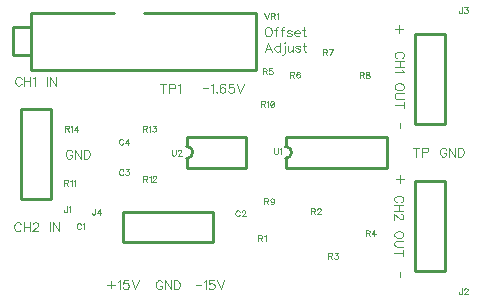
<source format=gbr>
G04 DipTrace 2.4.0.2*
%INTopSilk.gbr*%
%MOIN*%
%ADD10C,0.0098*%
%ADD12C,0.003*%
%ADD40C,0.0046*%
%FSLAX44Y44*%
G04*
G70*
G90*
G75*
G01*
%LNTopSilk*%
%LPD*%
X4815Y7190D2*
D10*
X5815D1*
Y10190D1*
X4815D1*
Y7190D1*
X18940Y7815D2*
X17940D1*
Y4815D1*
X18940D1*
Y7815D1*
Y12690D2*
X17940D1*
Y9690D1*
X18940D1*
Y12690D1*
X11190Y5753D2*
X8190D1*
Y6753D1*
X11190D1*
Y5753D1*
X13622Y8241D2*
X17008D1*
X13622Y9265D2*
X17008D1*
Y8241D2*
Y9265D1*
X13622Y8241D2*
Y8556D1*
Y8950D2*
Y9265D1*
Y8556D2*
G03X13622Y8950I0J197D01*
G01*
X10331Y8241D2*
X12299D1*
X10331Y9265D2*
X12299D1*
Y8241D2*
Y9265D1*
X10331Y8556D2*
Y8241D1*
Y8950D2*
Y9265D1*
Y8556D2*
G03X10331Y8950I0J197D01*
G01*
X12637Y11514D2*
X5141D1*
X12637Y13411D2*
X8889D1*
X12637D2*
Y11514D1*
X5141Y13411D2*
Y11514D1*
X5133Y11998D2*
X4534D1*
Y12927D1*
X5133D1*
Y11998D1*
X7904Y13411D2*
X5141D1*
X6805Y6342D2*
D12*
X6796Y6361D1*
X6777Y6380D1*
X6758Y6390D1*
X6719D1*
X6700Y6380D1*
X6681Y6361D1*
X6671Y6342D1*
X6662Y6313D1*
Y6265D1*
X6671Y6237D1*
X6681Y6218D1*
X6700Y6199D1*
X6719Y6189D1*
X6758D1*
X6777Y6199D1*
X6796Y6218D1*
X6805Y6237D1*
X6867Y6351D2*
X6886Y6361D1*
X6915Y6390D1*
Y6189D1*
X12096Y6777D2*
X12087Y6796D1*
X12068Y6815D1*
X12049Y6825D1*
X12010D1*
X11991Y6815D1*
X11972Y6796D1*
X11963Y6777D1*
X11953Y6748D1*
Y6700D1*
X11963Y6672D1*
X11972Y6653D1*
X11991Y6634D1*
X12010Y6624D1*
X12049D1*
X12068Y6634D1*
X12087Y6653D1*
X12096Y6672D1*
X12168Y6777D2*
Y6786D1*
X12177Y6806D1*
X12187Y6815D1*
X12206Y6825D1*
X12244D1*
X12263Y6815D1*
X12273Y6806D1*
X12283Y6786D1*
Y6767D1*
X12273Y6748D1*
X12254Y6720D1*
X12158Y6624D1*
X12292D1*
X8217Y8146D2*
X8207Y8165D1*
X8188Y8184D1*
X8169Y8193D1*
X8131D1*
X8111Y8184D1*
X8092Y8165D1*
X8083Y8146D1*
X8073Y8117D1*
Y8069D1*
X8083Y8040D1*
X8092Y8021D1*
X8111Y8002D1*
X8131Y7992D1*
X8169D1*
X8188Y8002D1*
X8207Y8021D1*
X8217Y8040D1*
X8298Y8193D2*
X8403D1*
X8345Y8117D1*
X8374D1*
X8393Y8107D1*
X8403Y8098D1*
X8412Y8069D1*
Y8050D1*
X8403Y8021D1*
X8384Y8002D1*
X8355Y7992D1*
X8326D1*
X8298Y8002D1*
X8288Y8012D1*
X8278Y8031D1*
X8212Y9164D2*
X8202Y9183D1*
X8183Y9202D1*
X8164Y9212D1*
X8126D1*
X8107Y9202D1*
X8088Y9183D1*
X8078Y9164D1*
X8068Y9135D1*
Y9087D1*
X8078Y9059D1*
X8088Y9040D1*
X8107Y9021D1*
X8126Y9011D1*
X8164D1*
X8183Y9021D1*
X8202Y9040D1*
X8212Y9059D1*
X8369Y9011D2*
Y9212D1*
X8274Y9078D1*
X8417D1*
X6335Y6956D2*
Y6803D1*
X6326Y6774D1*
X6316Y6764D1*
X6297Y6755D1*
X6278D1*
X6259Y6764D1*
X6249Y6774D1*
X6239Y6803D1*
Y6822D1*
X6397Y6917D2*
X6416Y6927D1*
X6445Y6955D1*
Y6755D1*
X19505Y4223D2*
Y4070D1*
X19496Y4041D1*
X19486Y4032D1*
X19467Y4022D1*
X19448D1*
X19429Y4032D1*
X19419Y4041D1*
X19410Y4070D1*
Y4089D1*
X19577Y4175D2*
Y4184D1*
X19586Y4204D1*
X19596Y4213D1*
X19615Y4223D1*
X19653D1*
X19672Y4213D1*
X19682Y4204D1*
X19692Y4184D1*
Y4165D1*
X19682Y4146D1*
X19663Y4118D1*
X19567Y4022D1*
X19701D1*
X19505Y13598D2*
Y13445D1*
X19496Y13416D1*
X19486Y13407D1*
X19467Y13397D1*
X19448D1*
X19429Y13407D1*
X19419Y13416D1*
X19410Y13445D1*
Y13464D1*
X19586Y13598D2*
X19691D1*
X19634Y13521D1*
X19663D1*
X19682Y13512D1*
X19691Y13502D1*
X19701Y13473D1*
Y13454D1*
X19691Y13426D1*
X19672Y13406D1*
X19644Y13397D1*
X19615D1*
X19586Y13406D1*
X19577Y13416D1*
X19567Y13435D1*
X7268Y6876D2*
Y6723D1*
X7258Y6694D1*
X7249Y6685D1*
X7230Y6675D1*
X7210D1*
X7191Y6685D1*
X7182Y6694D1*
X7172Y6723D1*
Y6742D1*
X7425Y6675D2*
Y6876D1*
X7330Y6742D1*
X7473D1*
X12715Y5897D2*
X12801D1*
X12830Y5906D1*
X12840Y5916D1*
X12849Y5935D1*
Y5954D1*
X12840Y5973D1*
X12830Y5983D1*
X12801Y5992D1*
X12715D1*
Y5791D1*
X12782Y5897D2*
X12849Y5791D1*
X12911Y5954D2*
X12930Y5964D1*
X12959Y5992D1*
Y5791D1*
X14472Y6795D2*
X14558D1*
X14587Y6805D1*
X14596Y6814D1*
X14606Y6833D1*
Y6853D1*
X14596Y6872D1*
X14587Y6881D1*
X14558Y6891D1*
X14472D1*
Y6690D1*
X14539Y6795D2*
X14606Y6690D1*
X14677Y6843D2*
Y6852D1*
X14687Y6872D1*
X14696Y6881D1*
X14716Y6891D1*
X14754D1*
X14773Y6881D1*
X14782Y6872D1*
X14792Y6852D1*
Y6833D1*
X14782Y6814D1*
X14763Y6786D1*
X14668Y6690D1*
X14802D1*
X15039Y5311D2*
X15125D1*
X15154Y5321D1*
X15164Y5330D1*
X15173Y5349D1*
Y5368D1*
X15164Y5387D1*
X15154Y5397D1*
X15125Y5407D1*
X15039D1*
Y5206D1*
X15106Y5311D2*
X15173Y5206D1*
X15254Y5406D2*
X15359D1*
X15302Y5330D1*
X15331D1*
X15350Y5320D1*
X15359Y5311D1*
X15369Y5282D1*
Y5263D1*
X15359Y5234D1*
X15340Y5215D1*
X15311Y5206D1*
X15283D1*
X15254Y5215D1*
X15245Y5225D1*
X15235Y5244D1*
X16295Y6061D2*
X16381D1*
X16410Y6071D1*
X16419Y6080D1*
X16429Y6099D1*
Y6118D1*
X16419Y6137D1*
X16410Y6147D1*
X16381Y6157D1*
X16295D1*
Y5956D1*
X16362Y6061D2*
X16429Y5956D1*
X16586D2*
Y6156D1*
X16491Y6023D1*
X16634D1*
X12860Y11459D2*
X12946D1*
X12975Y11469D1*
X12984Y11478D1*
X12994Y11497D1*
Y11516D1*
X12984Y11536D1*
X12975Y11545D1*
X12946Y11555D1*
X12860D1*
Y11354D1*
X12927Y11459D2*
X12994Y11354D1*
X13170Y11555D2*
X13075D1*
X13065Y11469D1*
X13075Y11478D1*
X13103Y11488D1*
X13132D1*
X13161Y11478D1*
X13180Y11459D1*
X13189Y11430D1*
Y11411D1*
X13180Y11383D1*
X13161Y11363D1*
X13132Y11354D1*
X13103D1*
X13075Y11363D1*
X13065Y11373D1*
X13056Y11392D1*
X13784Y11349D2*
X13870D1*
X13899Y11359D1*
X13909Y11369D1*
X13918Y11388D1*
Y11407D1*
X13909Y11426D1*
X13899Y11436D1*
X13870Y11445D1*
X13784D1*
Y11244D1*
X13851Y11349D2*
X13918Y11244D1*
X14095Y11416D2*
X14085Y11435D1*
X14056Y11445D1*
X14037D1*
X14009Y11435D1*
X13989Y11407D1*
X13980Y11359D1*
Y11311D1*
X13989Y11273D1*
X14009Y11254D1*
X14037Y11244D1*
X14047D1*
X14075Y11254D1*
X14095Y11273D1*
X14104Y11302D1*
Y11311D1*
X14095Y11340D1*
X14075Y11359D1*
X14047Y11368D1*
X14037D1*
X14009Y11359D1*
X13989Y11340D1*
X13980Y11311D1*
X14869Y12093D2*
X14955D1*
X14984Y12103D1*
X14994Y12113D1*
X15003Y12132D1*
Y12151D1*
X14994Y12170D1*
X14984Y12180D1*
X14955Y12189D1*
X14869D1*
Y11988D1*
X14936Y12093D2*
X15003Y11988D1*
X15103D2*
X15199Y12189D1*
X15065D1*
X16094Y11334D2*
X16180D1*
X16209Y11344D1*
X16218Y11353D1*
X16228Y11372D1*
Y11391D1*
X16218Y11411D1*
X16209Y11420D1*
X16180Y11430D1*
X16094D1*
Y11229D1*
X16161Y11334D2*
X16228Y11229D1*
X16337Y11430D2*
X16309Y11420D1*
X16299Y11401D1*
Y11382D1*
X16309Y11363D1*
X16328Y11353D1*
X16366Y11344D1*
X16395Y11334D1*
X16414Y11315D1*
X16423Y11296D1*
Y11267D1*
X16414Y11248D1*
X16404Y11238D1*
X16376Y11229D1*
X16337D1*
X16309Y11238D1*
X16299Y11248D1*
X16290Y11267D1*
Y11296D1*
X16299Y11315D1*
X16318Y11334D1*
X16347Y11344D1*
X16385Y11353D1*
X16404Y11363D1*
X16414Y11382D1*
Y11401D1*
X16404Y11420D1*
X16376Y11430D1*
X16337D1*
X12919Y7123D2*
X13005D1*
X13034Y7132D1*
X13044Y7142D1*
X13053Y7161D1*
Y7180D1*
X13044Y7199D1*
X13034Y7209D1*
X13005Y7218D1*
X12919D1*
Y7018D1*
X12986Y7123D2*
X13053Y7018D1*
X13239Y7152D2*
X13230Y7123D1*
X13211Y7104D1*
X13182Y7094D1*
X13172D1*
X13144Y7104D1*
X13125Y7123D1*
X13115Y7152D1*
Y7161D1*
X13125Y7190D1*
X13144Y7209D1*
X13172Y7218D1*
X13182D1*
X13211Y7209D1*
X13230Y7190D1*
X13239Y7152D1*
Y7104D1*
X13230Y7056D1*
X13211Y7027D1*
X13182Y7018D1*
X13163D1*
X13134Y7027D1*
X13125Y7046D1*
X12807Y10379D2*
X12893D1*
X12921Y10389D1*
X12931Y10398D1*
X12941Y10417D1*
Y10437D1*
X12931Y10456D1*
X12921Y10465D1*
X12893Y10475D1*
X12807D1*
Y10274D1*
X12874Y10379D2*
X12941Y10274D1*
X13002Y10436D2*
X13022Y10446D1*
X13050Y10475D1*
Y10274D1*
X13170Y10475D2*
X13141Y10465D1*
X13122Y10436D1*
X13112Y10389D1*
Y10360D1*
X13122Y10312D1*
X13141Y10283D1*
X13170Y10274D1*
X13189D1*
X13217Y10283D1*
X13236Y10312D1*
X13246Y10360D1*
Y10389D1*
X13236Y10436D1*
X13217Y10465D1*
X13189Y10475D1*
X13170D1*
X13236Y10436D2*
X13122Y10312D1*
X6253Y7741D2*
X6339D1*
X6368Y7751D1*
X6378Y7760D1*
X6387Y7779D1*
Y7798D1*
X6378Y7817D1*
X6368Y7827D1*
X6339Y7837D1*
X6253D1*
Y7636D1*
X6320Y7741D2*
X6387Y7636D1*
X6449Y7798D2*
X6468Y7808D1*
X6497Y7836D1*
Y7636D1*
X6559Y7798D2*
X6578Y7808D1*
X6607Y7836D1*
Y7636D1*
X8880Y7868D2*
X8966D1*
X8994Y7878D1*
X9004Y7888D1*
X9014Y7907D1*
Y7926D1*
X9004Y7945D1*
X8994Y7955D1*
X8966Y7964D1*
X8880D1*
Y7763D1*
X8947Y7868D2*
X9014Y7763D1*
X9075Y7926D2*
X9095Y7935D1*
X9123Y7964D1*
Y7763D1*
X9195Y7916D2*
Y7926D1*
X9204Y7945D1*
X9214Y7954D1*
X9233Y7964D1*
X9271D1*
X9290Y7954D1*
X9300Y7945D1*
X9310Y7926D1*
Y7907D1*
X9300Y7887D1*
X9281Y7859D1*
X9185Y7763D1*
X9319D1*
X8871Y9548D2*
X8957D1*
X8986Y9558D1*
X8996Y9567D1*
X9005Y9586D1*
Y9606D1*
X8996Y9625D1*
X8986Y9634D1*
X8957Y9644D1*
X8871D1*
Y9443D1*
X8938Y9548D2*
X9005Y9443D1*
X9067Y9605D2*
X9086Y9615D1*
X9115Y9644D1*
Y9443D1*
X9196Y9644D2*
X9301D1*
X9244Y9567D1*
X9273D1*
X9292Y9558D1*
X9301Y9548D1*
X9311Y9519D1*
Y9500D1*
X9301Y9472D1*
X9282Y9452D1*
X9253Y9443D1*
X9225D1*
X9196Y9452D1*
X9187Y9462D1*
X9177Y9481D1*
X6268Y9554D2*
X6354D1*
X6383Y9563D1*
X6393Y9573D1*
X6402Y9592D1*
Y9611D1*
X6393Y9630D1*
X6383Y9640D1*
X6354Y9649D1*
X6268D1*
Y9448D1*
X6335Y9554D2*
X6402Y9448D1*
X6464Y9611D2*
X6483Y9621D1*
X6512Y9649D1*
Y9448D1*
X6669D2*
Y9649D1*
X6574Y9515D1*
X6717D1*
X13230Y8901D2*
Y8757D1*
X13240Y8729D1*
X13259Y8710D1*
X13288Y8700D1*
X13307D1*
X13336Y8710D1*
X13355Y8729D1*
X13364Y8757D1*
Y8901D1*
X13426Y8863D2*
X13445Y8872D1*
X13474Y8901D1*
Y8700D1*
X9826Y8849D2*
Y8706D1*
X9835Y8677D1*
X9855Y8658D1*
X9883Y8648D1*
X9902D1*
X9931Y8658D1*
X9950Y8677D1*
X9960Y8706D1*
Y8849D1*
X10031Y8801D2*
Y8811D1*
X10041Y8830D1*
X10050Y8839D1*
X10070Y8849D1*
X10108D1*
X10127Y8839D1*
X10136Y8830D1*
X10146Y8811D1*
Y8792D1*
X10136Y8772D1*
X10117Y8744D1*
X10022Y8648D1*
X10156D1*
X12912Y13397D2*
X12989Y13196D1*
X13065Y13397D1*
X13127Y13301D2*
X13213D1*
X13241Y13311D1*
X13251Y13321D1*
X13261Y13340D1*
Y13359D1*
X13251Y13378D1*
X13241Y13388D1*
X13213Y13397D1*
X13127D1*
Y13196D1*
X13194Y13301D2*
X13261Y13196D1*
X13322Y13359D2*
X13342Y13368D1*
X13370Y13397D1*
Y13196D1*
X13015Y12930D2*
D40*
X12986Y12916D1*
X12958Y12887D1*
X12943Y12858D1*
X12929Y12815D1*
Y12743D1*
X12943Y12700D1*
X12958Y12672D1*
X12986Y12643D1*
X13015Y12628D1*
X13072D1*
X13101Y12643D1*
X13130Y12672D1*
X13144Y12700D1*
X13158Y12743D1*
Y12815D1*
X13144Y12858D1*
X13130Y12887D1*
X13101Y12916D1*
X13072Y12930D1*
X13015D1*
X13366D2*
X13337D1*
X13308Y12916D1*
X13294Y12873D1*
Y12628D1*
X13251Y12829D2*
X13351D1*
X13573Y12930D2*
X13545D1*
X13516Y12916D1*
X13501Y12873D1*
Y12628D1*
X13458Y12829D2*
X13559D1*
X13824Y12786D2*
X13809Y12815D1*
X13766Y12829D1*
X13723D1*
X13680Y12815D1*
X13666Y12786D1*
X13680Y12758D1*
X13709Y12743D1*
X13780Y12729D1*
X13809Y12715D1*
X13824Y12686D1*
Y12672D1*
X13809Y12643D1*
X13766Y12628D1*
X13723D1*
X13680Y12643D1*
X13666Y12672D1*
X13916Y12743D2*
X14088D1*
Y12772D1*
X14074Y12801D1*
X14060Y12815D1*
X14031Y12829D1*
X13988D1*
X13959Y12815D1*
X13930Y12786D1*
X13916Y12743D1*
Y12715D1*
X13930Y12672D1*
X13959Y12643D1*
X13988Y12628D1*
X14031D1*
X14060Y12643D1*
X14088Y12672D1*
X14224Y12930D2*
Y12686D1*
X14238Y12643D1*
X14267Y12628D1*
X14296D1*
X14181Y12829D2*
X14281D1*
X9513Y4419D2*
X9499Y4448D1*
X9470Y4477D1*
X9441Y4491D1*
X9384D1*
X9355Y4477D1*
X9327Y4448D1*
X9312Y4419D1*
X9298Y4376D1*
Y4304D1*
X9312Y4261D1*
X9327Y4233D1*
X9355Y4204D1*
X9384Y4189D1*
X9441D1*
X9470Y4204D1*
X9499Y4233D1*
X9513Y4261D1*
Y4304D1*
X9441D1*
X9807Y4491D2*
Y4189D1*
X9606Y4491D1*
Y4189D1*
X9899Y4491D2*
Y4189D1*
X10000D1*
X10043Y4204D1*
X10072Y4233D1*
X10086Y4261D1*
X10100Y4304D1*
Y4376D1*
X10086Y4419D1*
X10072Y4448D1*
X10043Y4477D1*
X10000Y4491D1*
X9899D1*
X6507Y8775D2*
X6493Y8804D1*
X6464Y8832D1*
X6436Y8847D1*
X6378D1*
X6349Y8832D1*
X6321Y8804D1*
X6306Y8775D1*
X6292Y8732D1*
Y8660D1*
X6306Y8617D1*
X6321Y8588D1*
X6349Y8560D1*
X6378Y8545D1*
X6436D1*
X6464Y8560D1*
X6493Y8588D1*
X6507Y8617D1*
Y8660D1*
X6436D1*
X6801Y8847D2*
Y8545D1*
X6600Y8847D1*
Y8545D1*
X6893Y8847D2*
Y8545D1*
X6994D1*
X7037Y8560D1*
X7066Y8588D1*
X7080Y8617D1*
X7094Y8660D1*
Y8732D1*
X7080Y8775D1*
X7066Y8804D1*
X7037Y8832D1*
X6994Y8847D1*
X6893D1*
X17481Y7097D2*
X17509Y7111D1*
X17538Y7140D1*
X17552Y7168D1*
Y7226D1*
X17538Y7255D1*
X17509Y7283D1*
X17481Y7298D1*
X17438Y7312D1*
X17366D1*
X17323Y7298D1*
X17294Y7283D1*
X17265Y7255D1*
X17251Y7226D1*
Y7168D1*
X17265Y7140D1*
X17294Y7111D1*
X17323Y7097D1*
X17552Y7004D2*
X17251D1*
X17552Y6803D2*
X17251D1*
X17409Y7004D2*
Y6803D1*
X17480Y6696D2*
X17495D1*
X17523Y6682D1*
X17538Y6668D1*
X17552Y6639D1*
Y6581D1*
X17538Y6553D1*
X17523Y6539D1*
X17495Y6524D1*
X17466D1*
X17437Y6539D1*
X17394Y6567D1*
X17251Y6711D1*
Y6510D1*
X17552Y6039D2*
X17538Y6068D1*
X17509Y6097D1*
X17481Y6111D1*
X17438Y6125D1*
X17366D1*
X17323Y6111D1*
X17294Y6097D1*
X17265Y6068D1*
X17251Y6039D1*
Y5982D1*
X17265Y5953D1*
X17294Y5924D1*
X17323Y5910D1*
X17366Y5896D1*
X17438D1*
X17481Y5910D1*
X17509Y5924D1*
X17538Y5953D1*
X17552Y5982D1*
Y6039D1*
Y5803D2*
X17337D1*
X17294Y5789D1*
X17265Y5760D1*
X17251Y5717D1*
Y5689D1*
X17265Y5645D1*
X17294Y5617D1*
X17337Y5602D1*
X17552D1*
Y5409D2*
X17251D1*
X17552Y5510D2*
Y5309D1*
X17495Y11897D2*
X17523Y11911D1*
X17552Y11940D1*
X17567Y11969D1*
Y12026D1*
X17552Y12055D1*
X17523Y12083D1*
X17495Y12098D1*
X17452Y12112D1*
X17380D1*
X17337Y12098D1*
X17308Y12083D1*
X17280Y12055D1*
X17265Y12026D1*
Y11969D1*
X17280Y11940D1*
X17308Y11911D1*
X17337Y11897D1*
X17567Y11804D2*
X17265D1*
X17567Y11603D2*
X17265D1*
X17423Y11804D2*
Y11603D1*
X17509Y11511D2*
X17523Y11482D1*
X17566Y11439D1*
X17265D1*
X17567Y10968D2*
X17552Y10997D1*
X17523Y11026D1*
X17495Y11040D1*
X17452Y11055D1*
X17380D1*
X17337Y11040D1*
X17308Y11026D1*
X17280Y10997D1*
X17265Y10968D1*
Y10911D1*
X17280Y10882D1*
X17308Y10854D1*
X17337Y10839D1*
X17380Y10825D1*
X17452D1*
X17495Y10839D1*
X17523Y10854D1*
X17552Y10882D1*
X17567Y10911D1*
Y10968D1*
Y10732D2*
X17351D1*
X17308Y10718D1*
X17280Y10689D1*
X17265Y10646D1*
Y10618D1*
X17280Y10575D1*
X17308Y10546D1*
X17351Y10531D1*
X17567D1*
Y10338D2*
X17265D1*
X17567Y10439D2*
Y10238D1*
X17308Y7874D2*
X17567D1*
X17438Y7745D2*
Y8004D1*
Y4591D2*
Y4757D1*
X17439Y9565D2*
Y9731D1*
X17287Y12859D2*
X17546D1*
X17417Y12730D2*
Y12988D1*
X4825Y11203D2*
X4811Y11232D1*
X4782Y11261D1*
X4753Y11275D1*
X4696D1*
X4667Y11261D1*
X4639Y11232D1*
X4624Y11203D1*
X4610Y11160D1*
Y11088D1*
X4624Y11045D1*
X4639Y11017D1*
X4667Y10988D1*
X4696Y10974D1*
X4753D1*
X4782Y10988D1*
X4811Y11017D1*
X4825Y11045D1*
X4918Y11275D2*
Y10974D1*
X5119Y11275D2*
Y10974D1*
X4918Y11131D2*
X5119D1*
X5211Y11217D2*
X5240Y11232D1*
X5283Y11275D1*
Y10974D1*
X5667Y11275D2*
Y10974D1*
X5961Y11275D2*
Y10974D1*
X5760Y11275D1*
Y10974D1*
X10635Y4342D2*
X10801D1*
X10893Y4435D2*
X10922Y4450D1*
X10965Y4493D1*
Y4192D1*
X11230Y4493D2*
X11087D1*
X11072Y4364D1*
X11087Y4378D1*
X11130Y4393D1*
X11173D1*
X11216Y4378D1*
X11245Y4350D1*
X11259Y4306D1*
Y4278D1*
X11245Y4235D1*
X11216Y4206D1*
X11173Y4192D1*
X11130D1*
X11087Y4206D1*
X11072Y4221D1*
X11058Y4249D1*
X11351Y4493D2*
X11466Y4192D1*
X11581Y4493D1*
X7813Y4477D2*
Y4219D1*
X7684Y4348D2*
X7943D1*
X8035Y4441D2*
X8064Y4456D1*
X8107Y4499D1*
Y4197D1*
X8372Y4499D2*
X8229D1*
X8214Y4370D1*
X8229Y4384D1*
X8272Y4398D1*
X8315D1*
X8358Y4384D1*
X8386Y4355D1*
X8401Y4312D1*
Y4284D1*
X8386Y4241D1*
X8358Y4212D1*
X8315Y4197D1*
X8272D1*
X8229Y4212D1*
X8214Y4226D1*
X8200Y4255D1*
X8493Y4499D2*
X8608Y4197D1*
X8723Y4499D1*
X13160Y12112D2*
X13045Y12414D1*
X12930Y12112D1*
X12973Y12213D2*
X13116D1*
X13424Y12414D2*
Y12112D1*
Y12270D2*
X13396Y12299D1*
X13367Y12313D1*
X13324D1*
X13295Y12299D1*
X13266Y12270D1*
X13252Y12227D1*
Y12198D1*
X13266Y12155D1*
X13295Y12127D1*
X13324Y12112D1*
X13367D1*
X13396Y12127D1*
X13424Y12155D1*
X13574Y12414D2*
X13589Y12400D1*
X13603Y12414D1*
X13589Y12428D1*
X13574Y12414D1*
X13589Y12314D2*
Y12069D1*
X13574Y12026D1*
X13546Y12012D1*
X13517D1*
X13696Y12313D2*
Y12170D1*
X13710Y12127D1*
X13739Y12112D1*
X13782D1*
X13811Y12127D1*
X13854Y12170D1*
Y12313D2*
Y12112D1*
X14104Y12270D2*
X14090Y12299D1*
X14047Y12313D1*
X14004D1*
X13961Y12299D1*
X13946Y12270D1*
X13961Y12242D1*
X13989Y12227D1*
X14061Y12213D1*
X14090Y12198D1*
X14104Y12170D1*
Y12155D1*
X14090Y12127D1*
X14047Y12112D1*
X14004D1*
X13961Y12127D1*
X13946Y12155D1*
X14240Y12414D2*
Y12170D1*
X14254Y12127D1*
X14283Y12112D1*
X14312D1*
X14197Y12313D2*
X14297D1*
X4800Y6350D2*
X4786Y6379D1*
X4757Y6408D1*
X4728Y6422D1*
X4671D1*
X4642Y6408D1*
X4613Y6379D1*
X4599Y6350D1*
X4585Y6307D1*
Y6235D1*
X4599Y6193D1*
X4613Y6164D1*
X4642Y6135D1*
X4671Y6121D1*
X4728D1*
X4757Y6135D1*
X4786Y6164D1*
X4800Y6193D1*
X4892Y6422D2*
Y6121D1*
X5093Y6422D2*
Y6121D1*
X4892Y6278D2*
X5093D1*
X5201Y6350D2*
Y6364D1*
X5215Y6393D1*
X5229Y6407D1*
X5258Y6422D1*
X5315D1*
X5344Y6407D1*
X5358Y6393D1*
X5373Y6364D1*
Y6336D1*
X5358Y6307D1*
X5330Y6264D1*
X5186Y6121D1*
X5387D1*
X5771Y6422D2*
Y6121D1*
X6065Y6422D2*
Y6121D1*
X5864Y6422D1*
Y6121D1*
X9549Y11042D2*
Y10740D1*
X9448Y11042D2*
X9649D1*
X9742Y10884D2*
X9871D1*
X9914Y10898D1*
X9928Y10913D1*
X9943Y10941D1*
Y10984D1*
X9928Y11013D1*
X9914Y11027D1*
X9871Y11042D1*
X9742D1*
Y10740D1*
X10035Y10984D2*
X10064Y10999D1*
X10107Y11041D1*
Y10740D1*
X17987Y8916D2*
Y8615D1*
X17887Y8916D2*
X18087D1*
X18180Y8759D2*
X18309D1*
X18352Y8773D1*
X18367Y8787D1*
X18381Y8816D1*
Y8859D1*
X18367Y8888D1*
X18352Y8902D1*
X18309Y8916D1*
X18180D1*
Y8615D1*
X18981Y8845D2*
X18966Y8873D1*
X18937Y8902D1*
X18909Y8916D1*
X18852D1*
X18823Y8902D1*
X18794Y8873D1*
X18780Y8845D1*
X18765Y8802D1*
Y8730D1*
X18780Y8687D1*
X18794Y8658D1*
X18823Y8630D1*
X18852Y8615D1*
X18909D1*
X18937Y8630D1*
X18966Y8658D1*
X18981Y8687D1*
Y8730D1*
X18909D1*
X19274Y8916D2*
Y8615D1*
X19073Y8916D1*
Y8615D1*
X19367Y8916D2*
Y8615D1*
X19467D1*
X19510Y8630D1*
X19539Y8658D1*
X19553Y8687D1*
X19568Y8730D1*
Y8802D1*
X19553Y8845D1*
X19539Y8873D1*
X19510Y8902D1*
X19467Y8916D1*
X19367D1*
X10886Y10891D2*
X11052D1*
X11144Y10984D2*
X11173Y10999D1*
X11216Y11041D1*
Y10740D1*
X11323Y10769D2*
X11309Y10755D1*
X11323Y10740D1*
X11338Y10755D1*
X11323Y10769D1*
X11602Y10999D2*
X11588Y11027D1*
X11545Y11041D1*
X11517D1*
X11473Y11027D1*
X11445Y10984D1*
X11430Y10912D1*
Y10841D1*
X11445Y10783D1*
X11473Y10755D1*
X11517Y10740D1*
X11531D1*
X11574Y10755D1*
X11602Y10783D1*
X11617Y10826D1*
Y10841D1*
X11602Y10884D1*
X11574Y10912D1*
X11531Y10927D1*
X11517D1*
X11473Y10912D1*
X11445Y10884D1*
X11430Y10841D1*
X11881Y11041D2*
X11738D1*
X11724Y10912D1*
X11738Y10927D1*
X11781Y10941D1*
X11824D1*
X11867Y10927D1*
X11896Y10898D1*
X11910Y10855D1*
Y10826D1*
X11896Y10783D1*
X11867Y10755D1*
X11824Y10740D1*
X11781D1*
X11738Y10755D1*
X11724Y10769D1*
X11709Y10798D1*
X12003Y11042D2*
X12118Y10740D1*
X12232Y11042D1*
M02*

</source>
